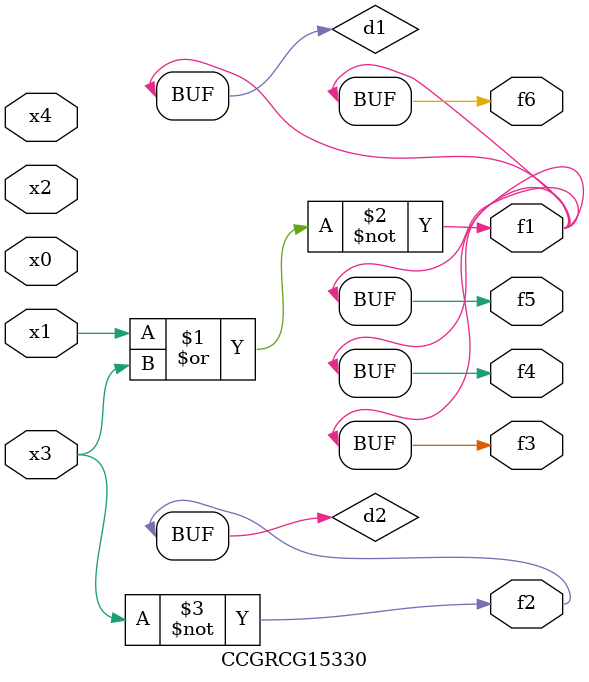
<source format=v>
module CCGRCG15330(
	input x0, x1, x2, x3, x4,
	output f1, f2, f3, f4, f5, f6
);

	wire d1, d2;

	nor (d1, x1, x3);
	not (d2, x3);
	assign f1 = d1;
	assign f2 = d2;
	assign f3 = d1;
	assign f4 = d1;
	assign f5 = d1;
	assign f6 = d1;
endmodule

</source>
